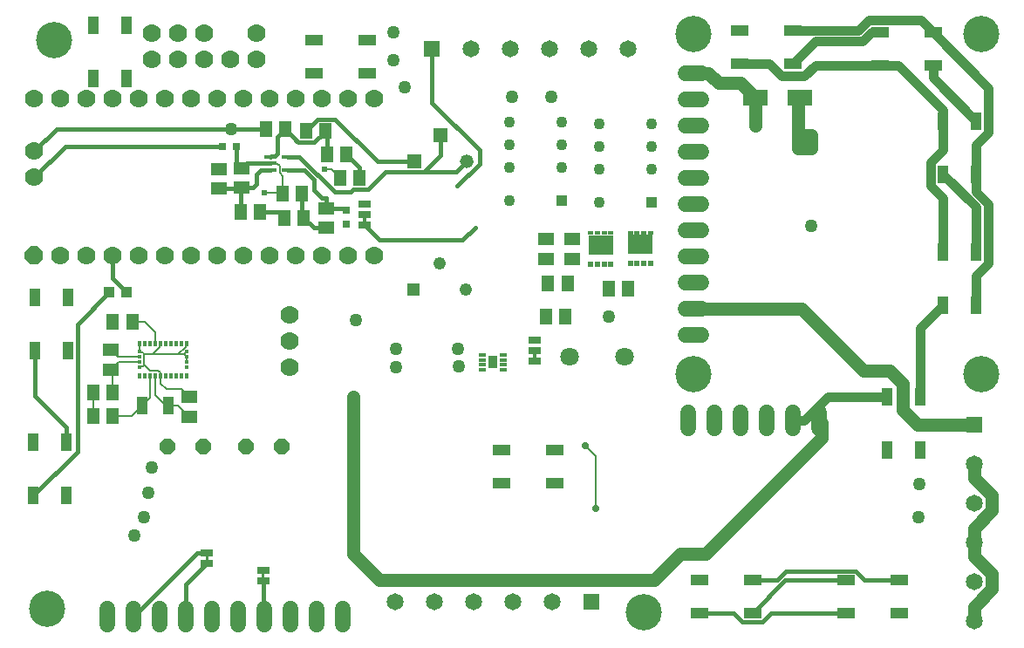
<source format=gbr>
G04 EAGLE Gerber RS-274X export*
G75*
%MOMM*%
%FSLAX34Y34*%
%LPD*%
%INBottom Copper*%
%IPPOS*%
%AMOC8*
5,1,8,0,0,1.08239X$1,22.5*%
G01*
%ADD10C,1.524000*%
%ADD11P,1.924489X8X22.500000*%
%ADD12C,1.778000*%
%ADD13R,0.300000X0.525000*%
%ADD14R,0.425000X0.300000*%
%ADD15R,1.300000X1.500000*%
%ADD16R,1.500000X1.300000*%
%ADD17R,1.000000X1.800000*%
%ADD18C,1.270000*%
%ADD19R,0.750000X0.300000*%
%ADD20R,0.900000X1.300000*%
%ADD21R,1.270000X0.660400*%
%ADD22R,1.150000X0.350000*%
%ADD23C,1.320800*%
%ADD24R,1.320800X1.320800*%
%ADD25R,1.000000X1.651000*%
%ADD26R,1.651000X1.000000*%
%ADD27R,1.650000X1.650000*%
%ADD28C,1.650000*%
%ADD29R,2.350000X1.550000*%
%ADD30C,1.800000*%
%ADD31C,3.516000*%
%ADD32P,1.649562X8X112.500000*%
%ADD33R,1.000000X1.100000*%
%ADD34R,1.100000X1.100000*%
%ADD35C,1.100000*%
%ADD36R,0.500000X0.630000*%
%ADD37R,0.500000X0.410000*%
%ADD38R,2.450000X1.900000*%
%ADD39R,0.700000X0.650000*%
%ADD40R,0.650000X0.700000*%
%ADD41R,1.217000X1.217000*%
%ADD42C,1.217000*%
%ADD43C,0.406400*%
%ADD44C,0.203200*%
%ADD45C,1.270000*%
%ADD46C,0.889000*%
%ADD47C,0.704000*%
%ADD48C,0.604000*%

G36*
X342411Y583768D02*
X342411Y583768D01*
X342433Y583772D01*
X342440Y583787D01*
X342449Y583793D01*
X342448Y583803D01*
X342455Y583819D01*
X342455Y598043D01*
X342443Y598062D01*
X342439Y598084D01*
X342424Y598091D01*
X342418Y598100D01*
X342408Y598099D01*
X342392Y598106D01*
X339852Y598106D01*
X339833Y598094D01*
X339811Y598090D01*
X339804Y598075D01*
X339795Y598069D01*
X339796Y598059D01*
X339789Y598043D01*
X339789Y583819D01*
X339801Y583800D01*
X339805Y583778D01*
X339820Y583771D01*
X339826Y583762D01*
X339836Y583763D01*
X339852Y583756D01*
X342392Y583756D01*
X342411Y583768D01*
G37*
G36*
X507543Y465982D02*
X507543Y465982D01*
X507539Y466004D01*
X507524Y466011D01*
X507518Y466020D01*
X507508Y466019D01*
X507492Y466026D01*
X504952Y466026D01*
X504933Y466014D01*
X504911Y466010D01*
X504904Y465995D01*
X504895Y465989D01*
X504896Y465979D01*
X504889Y465963D01*
X504889Y451739D01*
X504901Y451720D01*
X504905Y451698D01*
X504920Y451691D01*
X504926Y451682D01*
X504936Y451683D01*
X504952Y451676D01*
X507492Y451676D01*
X507511Y451688D01*
X507533Y451692D01*
X507540Y451707D01*
X507549Y451713D01*
X507548Y451723D01*
X507555Y451739D01*
X507555Y465963D01*
X507543Y465982D01*
G37*
G36*
X189249Y255324D02*
X189249Y255324D01*
X189271Y255328D01*
X189278Y255343D01*
X189287Y255349D01*
X189286Y255359D01*
X189293Y255375D01*
X189293Y269345D01*
X189281Y269364D01*
X189277Y269386D01*
X189262Y269393D01*
X189256Y269402D01*
X189246Y269401D01*
X189230Y269408D01*
X186690Y269408D01*
X186671Y269396D01*
X186649Y269392D01*
X186642Y269377D01*
X186633Y269371D01*
X186634Y269361D01*
X186627Y269345D01*
X186627Y255375D01*
X186639Y255356D01*
X186643Y255334D01*
X186658Y255327D01*
X186664Y255318D01*
X186674Y255319D01*
X186690Y255312D01*
X189230Y255312D01*
X189249Y255324D01*
G37*
G36*
X243859Y238814D02*
X243859Y238814D01*
X243881Y238818D01*
X243888Y238833D01*
X243897Y238839D01*
X243896Y238849D01*
X243903Y238865D01*
X243903Y252835D01*
X243891Y252854D01*
X243887Y252876D01*
X243872Y252883D01*
X243866Y252892D01*
X243856Y252891D01*
X243840Y252898D01*
X241300Y252898D01*
X241281Y252886D01*
X241259Y252882D01*
X241252Y252867D01*
X241243Y252861D01*
X241244Y252851D01*
X241237Y252835D01*
X241237Y238865D01*
X241249Y238846D01*
X241253Y238824D01*
X241268Y238817D01*
X241274Y238808D01*
X241284Y238809D01*
X241300Y238802D01*
X243840Y238802D01*
X243859Y238814D01*
G37*
D10*
X652780Y733679D02*
X668020Y733679D01*
X668020Y708279D02*
X652780Y708279D01*
X652780Y682879D02*
X668020Y682879D01*
X668020Y657479D02*
X652780Y657479D01*
X652780Y632079D02*
X668020Y632079D01*
X668020Y606679D02*
X652780Y606679D01*
X652780Y581279D02*
X668020Y581279D01*
X668020Y555879D02*
X652780Y555879D01*
X652780Y530479D02*
X668020Y530479D01*
X668020Y505079D02*
X652780Y505079D01*
X652780Y479679D02*
X668020Y479679D01*
D11*
X20447Y556006D03*
D12*
X20447Y632206D03*
X20447Y657606D03*
X134747Y746506D03*
X160147Y746506D03*
X134747Y771906D03*
X160147Y771906D03*
X185547Y746506D03*
X210947Y746506D03*
X236347Y746506D03*
X185547Y771906D03*
X236347Y771906D03*
X45847Y556006D03*
X71247Y556006D03*
X96647Y556006D03*
X122047Y556006D03*
X147447Y556006D03*
X172847Y556006D03*
X198247Y556006D03*
X223647Y556006D03*
X249047Y556006D03*
X274447Y556006D03*
X299847Y556006D03*
X325247Y556006D03*
X350647Y556006D03*
X20447Y708406D03*
X45847Y708406D03*
X71247Y708406D03*
X96647Y708406D03*
X122047Y708406D03*
X147447Y708406D03*
X172847Y708406D03*
X198247Y708406D03*
X223647Y708406D03*
X249047Y708406D03*
X274447Y708406D03*
X299847Y708406D03*
X325247Y708406D03*
X350647Y708406D03*
X268097Y448056D03*
X268097Y473456D03*
X268097Y498856D03*
D13*
X123042Y439797D03*
D14*
X122417Y447922D03*
X122417Y452922D03*
X122417Y457922D03*
X122417Y462922D03*
D13*
X123042Y471047D03*
X128042Y471047D03*
X133042Y471047D03*
X138042Y471047D03*
X143042Y471047D03*
X148042Y471047D03*
X153042Y471047D03*
X158042Y471047D03*
X163042Y471047D03*
X168042Y471047D03*
D14*
X168667Y462922D03*
X168667Y457922D03*
X168667Y452922D03*
X168667Y447922D03*
D13*
X168042Y439797D03*
X163042Y439797D03*
X158042Y439797D03*
X153042Y439797D03*
X148042Y439797D03*
X143042Y439797D03*
X138042Y439797D03*
X133042Y439797D03*
X128042Y439797D03*
D15*
X96368Y423418D03*
X77368Y423418D03*
X96672Y492252D03*
X115672Y492252D03*
D16*
X94742Y464668D03*
X94742Y445668D03*
D17*
X125422Y410972D03*
X150422Y410972D03*
D15*
X77622Y400812D03*
X96622Y400812D03*
D16*
X170942Y418948D03*
X170942Y399948D03*
D18*
X431292Y465582D03*
X432308Y448818D03*
X371602Y465582D03*
X371348Y447548D03*
D19*
X475328Y460128D03*
X475328Y455128D03*
X475328Y450128D03*
X475328Y445128D03*
X455328Y445128D03*
X455328Y450128D03*
X455328Y455128D03*
X455328Y460128D03*
D20*
X465328Y452628D03*
D10*
X782257Y404241D02*
X782257Y389001D01*
X756857Y389001D02*
X756857Y404241D01*
X731457Y404241D02*
X731457Y389001D01*
X706057Y389001D02*
X706057Y404241D01*
X680657Y404241D02*
X680657Y389001D01*
X655257Y389001D02*
X655257Y404241D01*
D15*
X535788Y497078D03*
X516788Y497078D03*
D21*
X506222Y474472D03*
X506222Y464058D03*
X506222Y453644D03*
D22*
X249818Y639422D03*
X249818Y645922D03*
X249818Y652422D03*
X266818Y652422D03*
X266818Y639422D03*
D15*
X263042Y592582D03*
X282042Y592582D03*
D16*
X304038Y583082D03*
X304038Y602082D03*
D15*
X280518Y616458D03*
X261518Y616458D03*
X239878Y598678D03*
X220878Y598678D03*
X323698Y654558D03*
X304698Y654558D03*
D16*
X221742Y641198D03*
X221742Y622198D03*
X199898Y621182D03*
X199898Y640182D03*
D15*
X245262Y678942D03*
X264262Y678942D03*
X303378Y677418D03*
X284378Y677418D03*
X336398Y631698D03*
X317398Y631698D03*
D23*
X440090Y647400D03*
D24*
X414690Y672800D03*
X389290Y647400D03*
D25*
X77980Y780150D03*
X77980Y728610D03*
X109980Y728610D03*
X109980Y780150D03*
D26*
X343270Y765300D03*
X291730Y765300D03*
X291730Y733300D03*
X343270Y733300D03*
X757036Y774698D03*
X705496Y774698D03*
X705496Y742698D03*
X757036Y742698D03*
X892926Y772920D03*
X841386Y772920D03*
X841386Y740920D03*
X892926Y740920D03*
D25*
X934718Y508392D03*
X934718Y559932D03*
X902718Y559932D03*
X902718Y508392D03*
X880108Y367422D03*
X880108Y418962D03*
X848108Y418962D03*
X848108Y367422D03*
X934718Y635392D03*
X934718Y686932D03*
X902718Y686932D03*
X902718Y635392D03*
D26*
X808112Y209552D03*
X859652Y209552D03*
X859652Y241552D03*
X808112Y241552D03*
X665872Y209552D03*
X717412Y209552D03*
X717412Y241552D03*
X665872Y241552D03*
X474102Y335282D03*
X525642Y335282D03*
X525642Y367282D03*
X474102Y367282D03*
D27*
X406400Y757000D03*
D28*
X444500Y757000D03*
X482600Y757000D03*
X520700Y757000D03*
X558800Y757000D03*
X596900Y757000D03*
D27*
X561580Y219790D03*
D28*
X523480Y219790D03*
X485380Y219790D03*
X447280Y219790D03*
X409180Y219790D03*
X371080Y219790D03*
D27*
X932481Y392176D03*
D28*
X932481Y354076D03*
X932481Y315976D03*
X932481Y277876D03*
X932481Y239776D03*
X932481Y201676D03*
D29*
X720688Y709168D03*
X763688Y709168D03*
D30*
X540300Y458040D03*
X593300Y458040D03*
D10*
X91440Y213170D02*
X91440Y197930D01*
X116840Y197930D02*
X116840Y213170D01*
X142240Y213170D02*
X142240Y197930D01*
X167640Y197930D02*
X167640Y213170D01*
X193040Y213170D02*
X193040Y197930D01*
X218440Y197930D02*
X218440Y213170D01*
X243840Y213170D02*
X243840Y197930D01*
X269240Y197930D02*
X269240Y213170D01*
X294640Y213170D02*
X294640Y197930D01*
X320040Y197930D02*
X320040Y213170D01*
D31*
X939800Y771779D03*
X660400Y771779D03*
X660400Y441579D03*
X939800Y441579D03*
D21*
X187960Y267567D03*
X187960Y257153D03*
X242570Y251057D03*
X242570Y240643D03*
D32*
X260858Y370650D03*
X225806Y370650D03*
X149670Y370650D03*
X184658Y370650D03*
D18*
X117345Y284206D03*
X127000Y302260D03*
X134620Y350520D03*
X130810Y326390D03*
D33*
X110100Y520700D03*
X93100Y520700D03*
D34*
X532200Y609600D03*
D35*
X532200Y641600D03*
X532200Y663600D03*
X532200Y685600D03*
X481400Y685600D03*
X481400Y663600D03*
X481400Y641600D03*
X481400Y609600D03*
D36*
X580234Y548260D03*
X573734Y548260D03*
X567234Y548260D03*
X560734Y548260D03*
D37*
X560734Y578060D03*
X567234Y578060D03*
X573734Y578060D03*
X580234Y578060D03*
D38*
X570484Y566510D03*
D16*
X542544Y572110D03*
X542544Y553110D03*
X517144Y553110D03*
X517144Y572110D03*
D15*
X519074Y529590D03*
X538074Y529590D03*
D31*
X39878Y765556D03*
X33100Y213200D03*
D21*
X341122Y606552D03*
X341122Y596138D03*
X341122Y585724D03*
D39*
X323342Y600348D03*
X323342Y586848D03*
D40*
X216808Y662178D03*
X203308Y662178D03*
D18*
X879602Y334518D03*
X720598Y682498D03*
X368808Y772668D03*
X368808Y745998D03*
X380238Y719328D03*
X211582Y678942D03*
X484378Y710438D03*
D36*
X618588Y548768D03*
X612088Y548768D03*
X605588Y548768D03*
X599088Y548768D03*
D37*
X599088Y578568D03*
X605588Y578568D03*
X612088Y578568D03*
X618588Y578568D03*
D38*
X608838Y567018D03*
D15*
X578002Y524002D03*
X597002Y524002D03*
D18*
X578358Y497078D03*
D34*
X619830Y608330D03*
D35*
X619830Y640330D03*
X619830Y662330D03*
X619830Y684330D03*
X569030Y684330D03*
X569030Y662330D03*
X569030Y640330D03*
X569030Y608330D03*
D18*
X522478Y710438D03*
D31*
X612267Y209931D03*
D25*
X20830Y515990D03*
X20830Y464450D03*
X52830Y464450D03*
X52830Y515990D03*
X19560Y375020D03*
X19560Y323480D03*
X51560Y323480D03*
X51560Y375020D03*
D18*
X332740Y494030D03*
X774700Y585470D03*
X878840Y302260D03*
D41*
X388620Y523240D03*
D42*
X414020Y548640D03*
X439420Y523240D03*
D43*
X50419Y662178D02*
X20447Y632206D01*
X50419Y662178D02*
X203308Y662178D01*
D44*
X123042Y471047D02*
X123042Y463547D01*
X122417Y462922D01*
X125594Y461962D02*
X127082Y460474D01*
X127082Y450370D02*
X125594Y448882D01*
X127082Y450370D02*
X127082Y460474D01*
X123377Y461962D02*
X122417Y462922D01*
X123377Y461962D02*
X125594Y461962D01*
X125594Y448882D02*
X123377Y448882D01*
X122417Y447922D01*
X142082Y467370D02*
X142082Y470087D01*
X143042Y471047D01*
X135186Y460474D02*
X127082Y460474D01*
X135186Y460474D02*
X142082Y467370D01*
X167082Y470087D02*
X168042Y471047D01*
X167082Y470087D02*
X167082Y467370D01*
X160186Y460474D01*
X135186Y460474D01*
X166219Y460474D02*
X168667Y462922D01*
X166219Y460474D02*
X160186Y460474D01*
X166219Y460474D02*
X166219Y460370D01*
X168667Y457922D01*
X168667Y452922D01*
X143042Y442514D02*
X143042Y439797D01*
X143042Y442514D02*
X140594Y444962D01*
X132490Y444962D02*
X127082Y450370D01*
X132490Y444962D02*
X140594Y444962D01*
X163170Y426720D02*
X170942Y418948D01*
X163170Y426720D02*
X148590Y426720D01*
X143042Y432268D01*
X143042Y439797D01*
X77368Y423418D02*
X77368Y401066D01*
X77622Y400812D01*
D43*
X178858Y267567D02*
X116840Y205550D01*
X178858Y267567D02*
X187960Y267567D01*
X717412Y241552D02*
X741509Y241552D01*
X826396Y241552D02*
X859652Y241552D01*
X826396Y241552D02*
X817840Y250108D01*
X750065Y250108D02*
X741509Y241552D01*
X750065Y250108D02*
X817840Y250108D01*
D45*
X949621Y308876D02*
X949621Y323076D01*
X932481Y340216D02*
X932481Y354076D01*
X932481Y291736D02*
X932481Y277876D01*
X949621Y323076D02*
X932481Y340216D01*
X949621Y308876D02*
X932481Y291736D01*
X949621Y246876D02*
X949621Y232676D01*
X932481Y264016D02*
X932481Y277876D01*
X932481Y215536D02*
X932481Y201676D01*
X949621Y246876D02*
X932481Y264016D01*
X949621Y232676D02*
X932481Y215536D01*
D46*
X768184Y730713D02*
X745888Y730713D01*
X733903Y742698D02*
X705496Y742698D01*
X733903Y742698D02*
X745888Y730713D01*
X768184Y730713D02*
X778391Y740920D01*
X841386Y740920D01*
X859280Y740920D01*
X902718Y697482D02*
X902718Y686932D01*
X902718Y697482D02*
X859280Y740920D01*
X890733Y646540D02*
X890733Y624244D01*
X902718Y658525D02*
X902718Y686932D01*
X902718Y612259D02*
X902718Y559932D01*
X890733Y646540D02*
X902718Y658525D01*
X890733Y624244D02*
X902718Y612259D01*
X767952Y396621D02*
X756857Y396621D01*
X767952Y396621D02*
X790293Y418962D01*
X848108Y418962D01*
D45*
X764921Y505079D02*
X660400Y505079D01*
X825500Y444500D02*
X850900Y444500D01*
X863600Y431800D01*
X863600Y406400D01*
X877824Y392176D01*
X932481Y392176D01*
X825500Y444500D02*
X764921Y505079D01*
X720688Y709168D02*
X705956Y723900D01*
X674751Y733679D02*
X660400Y733679D01*
X684530Y723900D02*
X705956Y723900D01*
X684530Y723900D02*
X674751Y733679D01*
X720688Y709168D02*
X720688Y682588D01*
X720598Y682498D01*
D43*
X727140Y200996D02*
X707684Y200996D01*
X735696Y209552D02*
X808112Y209552D01*
X699128Y209552D02*
X665872Y209552D01*
X727140Y200996D02*
X735696Y209552D01*
X707684Y200996D02*
X699128Y209552D01*
D46*
X757036Y774698D02*
X820031Y774698D01*
X830238Y784905D01*
X880941Y784905D01*
X892926Y772920D01*
X934718Y663799D02*
X934718Y635392D01*
X934718Y663799D02*
X946703Y675784D01*
X946703Y719143D02*
X892926Y772920D01*
X946703Y719143D02*
X946703Y675784D01*
X934718Y635392D02*
X934718Y618120D01*
X934718Y536799D02*
X934718Y508392D01*
X934718Y536799D02*
X946703Y548784D01*
X946703Y606135D02*
X934718Y618120D01*
X946703Y606135D02*
X946703Y548784D01*
D45*
X784797Y394081D02*
X782257Y396621D01*
X784797Y394081D02*
X784797Y379622D01*
X671874Y266700D01*
X647700Y266700D01*
X622300Y241300D01*
X355600Y241300D01*
X330200Y266700D02*
X330200Y419100D01*
X330200Y266700D02*
X355600Y241300D01*
D44*
X122417Y452922D02*
X101996Y452922D01*
X94742Y445668D01*
X96368Y444042D01*
X96368Y423418D01*
D43*
X436170Y571168D02*
X448242Y583240D01*
X355678Y571168D02*
X341122Y585724D01*
X355678Y571168D02*
X436170Y571168D01*
D44*
X138042Y439797D02*
X138042Y420758D01*
X152400Y406400D01*
X152400Y408994D01*
X150422Y410972D01*
X159918Y410972D02*
X170942Y399948D01*
X159918Y410972D02*
X150422Y410972D01*
X133042Y418592D02*
X133042Y439797D01*
X133042Y418592D02*
X125422Y410972D01*
X115262Y400812D01*
X96622Y400812D01*
X138042Y471047D02*
X138042Y481718D01*
X127508Y492252D02*
X115672Y492252D01*
X127508Y492252D02*
X138042Y481718D01*
X101488Y457922D02*
X94742Y464668D01*
X101488Y457922D02*
X122417Y457922D01*
D47*
X554990Y372110D03*
D44*
X565150Y361950D01*
X565150Y311150D01*
D47*
X565150Y311150D03*
D43*
X280518Y594106D02*
X280518Y616458D01*
X280518Y594106D02*
X282042Y592582D01*
X291542Y583082D01*
X304038Y583082D01*
X232594Y622198D02*
X221742Y622198D01*
X220726Y621182D01*
X199898Y621182D01*
X220878Y621334D02*
X221742Y622198D01*
X220878Y621334D02*
X220878Y598678D01*
X232594Y622198D02*
X236220Y625824D01*
X236220Y635000D01*
X240642Y639422D01*
X249818Y639422D01*
X304038Y611967D02*
X304038Y602082D01*
X282598Y639422D02*
X266818Y639422D01*
X292100Y629920D02*
X292100Y619760D01*
X299893Y611967D01*
X304038Y611967D01*
X292100Y629920D02*
X282598Y639422D01*
X304038Y602082D02*
X321608Y602082D01*
X323342Y600348D01*
X221742Y641198D02*
X216808Y646132D01*
X216808Y662178D01*
X226466Y645922D02*
X249818Y645922D01*
X226466Y645922D02*
X221742Y641198D01*
D44*
X249818Y645922D02*
X250580Y645160D01*
X256540Y645160D01*
X258528Y643172D01*
X261518Y633630D02*
X261518Y616458D01*
X258528Y636620D02*
X258528Y643172D01*
X258528Y636620D02*
X261518Y633630D01*
X309016Y640080D02*
X317398Y631698D01*
X309016Y640080D02*
X302260Y640080D01*
D48*
X302260Y640080D03*
X243840Y617220D03*
D44*
X260756Y617220D01*
X261518Y616458D01*
D43*
X304698Y654558D02*
X304698Y676098D01*
X303378Y677418D01*
X250176Y652780D02*
X249818Y652422D01*
X250176Y652780D02*
X254000Y652780D01*
X256540Y655320D01*
X256540Y671220D02*
X264262Y678942D01*
X256540Y671220D02*
X256540Y655320D01*
X274322Y668445D02*
X276405Y666362D01*
X292351Y666362D01*
X274322Y668445D02*
X274322Y668882D01*
X302087Y676098D02*
X304698Y676098D01*
X274322Y668882D02*
X264262Y678942D01*
X292351Y666362D02*
X302087Y676098D01*
X323698Y654558D02*
X336398Y641858D01*
X336398Y631698D01*
X293322Y686391D02*
X295405Y688474D01*
X293322Y686362D02*
X284378Y677418D01*
X293322Y686362D02*
X293322Y686391D01*
X295405Y688474D02*
X312286Y688474D01*
X353360Y647400D02*
X389290Y647400D01*
X353360Y647400D02*
X312286Y688474D01*
D46*
X832980Y772920D02*
X841386Y772920D01*
X832980Y772920D02*
X824344Y764284D01*
X778622Y764284D02*
X757036Y742698D01*
X778622Y764284D02*
X824344Y764284D01*
X902718Y508392D02*
X880108Y485782D01*
X880108Y418962D01*
X934718Y686932D02*
X892926Y728724D01*
X892926Y740920D01*
D43*
X749412Y241552D02*
X717412Y209552D01*
X749412Y241552D02*
X808112Y241552D01*
D46*
X934718Y603392D02*
X902718Y635392D01*
X934718Y603392D02*
X934718Y559932D01*
D43*
X406400Y704574D02*
X406400Y757000D01*
X452536Y645311D02*
X431170Y623945D01*
X452536Y645311D02*
X452536Y658438D01*
X406400Y704574D01*
D47*
X762000Y673100D03*
D45*
X762000Y707480D01*
X763688Y709168D01*
D47*
X762000Y660400D03*
X774700Y673100D03*
X774700Y660400D03*
D45*
X762000Y660400D02*
X762000Y673100D01*
X774700Y673100D01*
X774700Y660400D02*
X762000Y660400D01*
X774700Y660400D02*
X774700Y673100D01*
D43*
X245262Y678942D02*
X211582Y678942D01*
X41783Y678942D01*
X20447Y657606D01*
X311965Y618102D02*
X327660Y618102D01*
X330200Y620642D01*
X344371Y620642D01*
X277645Y652422D02*
X266818Y652422D01*
X277645Y652422D02*
X311965Y618102D01*
X344371Y620642D02*
X361269Y637540D01*
X398780Y637540D01*
X414690Y653450D01*
X414690Y672800D01*
X440090Y647400D02*
X430230Y637540D01*
X398780Y637540D01*
X187960Y257153D02*
X167640Y236833D01*
X167640Y205550D01*
X242570Y206820D02*
X242570Y240643D01*
X242570Y206820D02*
X243840Y205550D01*
X96647Y534153D02*
X96647Y556006D01*
X96647Y534153D02*
X110100Y520700D01*
X239878Y598678D02*
X256946Y598678D01*
X263042Y592582D01*
X62230Y366150D02*
X19560Y323480D01*
X62230Y489830D02*
X93100Y520700D01*
X62230Y489830D02*
X62230Y366150D01*
X20830Y419860D02*
X20830Y464450D01*
X51560Y389130D02*
X51560Y375020D01*
X51560Y389130D02*
X20830Y419860D01*
M02*

</source>
